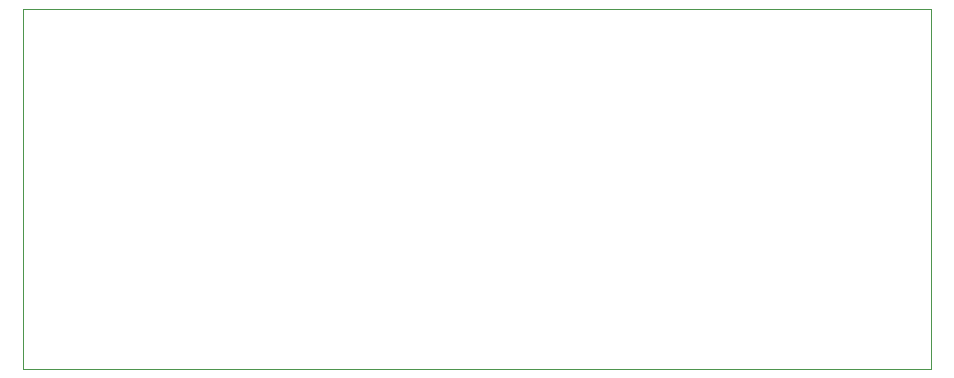
<source format=gbr>
G04 #@! TF.GenerationSoftware,KiCad,Pcbnew,(5.1.5)-3*
G04 #@! TF.CreationDate,2020-07-11T10:03:06+02:00*
G04 #@! TF.ProjectId,switch,73776974-6368-42e6-9b69-6361645f7063,rev?*
G04 #@! TF.SameCoordinates,PX48c2b58PY65ad6b4*
G04 #@! TF.FileFunction,Profile,NP*
%FSLAX46Y46*%
G04 Gerber Fmt 4.6, Leading zero omitted, Abs format (unit mm)*
G04 Created by KiCad (PCBNEW (5.1.5)-3) date 2020-07-11 10:03:06*
%MOMM*%
%LPD*%
G04 APERTURE LIST*
%ADD10C,0.050000*%
G04 APERTURE END LIST*
D10*
X0Y30480000D02*
X76862000Y30480000D01*
X0Y0D02*
X0Y30480000D01*
X76862000Y0D02*
X0Y0D01*
X76862000Y30480000D02*
X76862000Y0D01*
M02*

</source>
